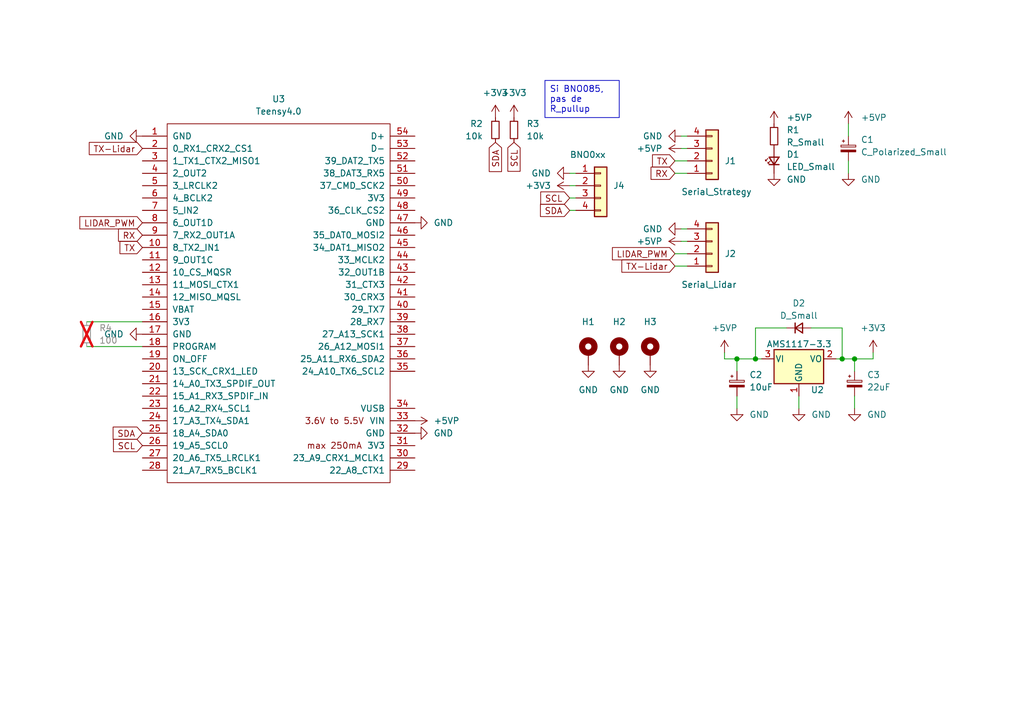
<source format=kicad_sch>
(kicad_sch (version 20231120) (generator "eeschema") (generator_version "8.0")
  (paper "A5")
  (title_block (title "Lidar Board 2023") (date "2022-08-08") (rev "1") (company "Les Karibous"))
  (lib_symbols
    (symbol "Connector_Generic:Conn_01x04" (pin_names (offset 1.016) hide)
      (property "Reference" "J" (at 0 5.08 0))
      (property "Value" "Conn_01x04" (at 0 -7.62 0))
      (symbol "Conn_01x04_1_1"
        (rectangle (start -1.27 -4.953) (end 0 -5.207) (stroke (width 0.1524)))
        (rectangle (start -1.27 -2.413) (end 0 -2.667) (stroke (width 0.1524)))
        (rectangle (start -1.27 0.127) (end 0 -0.127) (stroke (width 0.1524)))
        (rectangle (start -1.27 2.667) (end 0 2.413) (stroke (width 0.1524)))
        (rectangle (start -1.27 3.81) (end 1.27 -6.35) (stroke (width 0.254)) (fill (type background)))
        (pin passive line (at -5.08 2.54 0) (length 3.81) (name "Pin_1") (number "1"))
        (pin passive line (at -5.08 0 0) (length 3.81) (name "Pin_2") (number "2"))
        (pin passive line (at -5.08 -2.54 0) (length 3.81) (name "Pin_3") (number "3"))
        (pin passive line (at -5.08 -5.08 0) (length 3.81) (name "Pin_4") (number "4"))
      )
    )
    (symbol "Device:C_Polarized_Small" (pin_numbers hide) (pin_names (offset 0.254) hide)
      (property "Reference" "C" (at 0.254 1.778 0))
      (property "Value" "C_Polarized_Small" (at 0.254 -2.032 0))
      (symbol "C_Polarized_Small_0_1"
        (rectangle (start -1.524 -0.3048) (end 1.524 -0.6858) (fill (type outline)))
        (rectangle (start -1.524 0.6858) (end 1.524 0.3048))
        (polyline (pts (xy -1.27 1.524) (xy -0.762 1.524)))
        (polyline (pts (xy -1.016 1.27) (xy -1.016 1.778)))
      )
      (symbol "C_Polarized_Small_1_1"
        (pin passive line (at 0 2.54 270) (length 1.8542) (name "~") (number "1"))
        (pin passive line (at 0 -2.54 90) (length 1.8542) (name "~") (number "2"))
      )
    )
    (symbol "Device:D_Small" (pin_numbers hide) (pin_names (offset 0.254) hide)
      (property "Reference" "D" (at -1.27 2.032 0))
      (property "Value" "D_Small" (at -3.81 -2.032 0))
      (symbol "D_Small_0_1"
        (polyline (pts (xy -0.762 -1.016) (xy -0.762 1.016)) (stroke (width 0.254)))
        (polyline (pts (xy -0.762 0) (xy 0.762 0)))
        (polyline (pts (xy 0.762 -1.016) (xy -0.762 0) (xy 0.762 1.016) (xy 0.762 -1.016)) (stroke (width 0.254)))
      )
      (symbol "D_Small_1_1"
        (pin passive line (at -2.54 0 0) (length 1.778) (name "K") (number "1"))
        (pin passive line (at 2.54 0 180) (length 1.778) (name "A") (number "2"))
      )
    )
    (symbol "Device:LED_Small" (pin_numbers hide) (pin_names (offset 0.254) hide)
      (property "Reference" "D" (at -1.27 3.175 0))
      (property "Value" "LED_Small" (at -4.445 -2.54 0))
      (symbol "LED_Small_0_1"
        (polyline (pts (xy -0.762 -1.016) (xy -0.762 1.016)) (stroke (width 0.254)))
        (polyline (pts (xy 1.016 0) (xy -0.762 0)))
        (polyline (pts (xy 0.762 -1.016) (xy -0.762 0) (xy 0.762 1.016) (xy 0.762 -1.016)) (stroke (width 0.254)))
        (polyline (pts (xy 0 0.762) (xy -0.508 1.27) (xy -0.254 1.27) (xy -0.508 1.27) (xy -0.508 1.016)))
        (polyline (pts (xy 0.508 1.27) (xy 0 1.778) (xy 0.254 1.778) (xy 0 1.778) (xy 0 1.524)))
      )
      (symbol "LED_Small_1_1"
        (pin passive line (at -2.54 0 0) (length 1.778) (name "K") (number "1"))
        (pin passive line (at 2.54 0 180) (length 1.778) (name "A") (number "2"))
      )
    )
    (symbol "Device:R_Small" (pin_numbers hide) (pin_names (offset 0.254) hide)
      (property "Reference" "R" (at 0.762 0.508 0))
      (property "Value" "R_Small" (at 0.762 -1.016 0))
      (symbol "R_Small_0_1"
        (rectangle (start -0.762 1.778) (end 0.762 -1.778) (stroke (width 0.2032)))
      )
      (symbol "R_Small_1_1"
        (pin passive line (at 0 2.54 270) (length 0.762) (name "~") (number "1"))
        (pin passive line (at 0 -2.54 90) (length 0.762) (name "~") (number "2"))
      )
    )
    (symbol "Mechanical:MountingHole_Pad" (pin_numbers hide) (pin_names (offset 1.016) hide)
      (property "Reference" "H" (at 0 6.35 0))
      (property "Value" "MountingHole_Pad" (at 0 4.445 0))
      (symbol "MountingHole_Pad_0_1"
        (circle (center 0 1.27) (radius 1.27) (stroke (width 1.27)))
      )
      (symbol "MountingHole_Pad_1_1"
        (pin input line (at 0 -2.54 90) (length 2.54) (name "1") (number "1"))
      )
    )
    (symbol "Regulator_Linear:AMS1117-3.3" (pin_names (offset 0.254))
      (property "Reference" "U" (at -3.81 3.175 0))
      (property "Value" "AMS1117-3.3" (at 0 3.175 0))
      (symbol "AMS1117-3.3_0_1"
        (rectangle (start -5.08 -5.08) (end 5.08 1.905) (stroke (width 0.254)) (fill (type background)))
      )
      (symbol "AMS1117-3.3_1_1"
        (pin power_in line (at 0 -7.62 90) (length 2.54) (name "GND") (number "1"))
        (pin power_out line (at 7.62 0 180) (length 2.54) (name "VO") (number "2"))
        (pin power_in line (at -7.62 0 0) (length 2.54) (name "VI") (number "3"))
      )
    )
    (symbol "power:+3.3V" (power) (pin_names (offset 0))
      (property "Value" "+3.3V" (at 0 3.556 0))
      (symbol "+3.3V_0_1"
        (polyline (pts (xy -0.762 1.27) (xy 0 2.54)))
        (polyline (pts (xy 0 0) (xy 0 2.54)))
        (polyline (pts (xy 0 2.54) (xy 0.762 1.27)))
      )
      (symbol "+3.3V_1_1"
        (pin power_in line (at 0 0 90) (length 0) hide (name "+3V3") (number "1"))
      )
    )
    (symbol "power:+5VP" (power) (pin_names (offset 0))
      (property "Value" "+5VP" (at 0 3.556 0))
      (symbol "+5VP_0_1"
        (polyline (pts (xy -0.762 1.27) (xy 0 2.54)))
        (polyline (pts (xy 0 0) (xy 0 2.54)))
        (polyline (pts (xy 0 2.54) (xy 0.762 1.27)))
      )
      (symbol "+5VP_1_1"
        (pin power_in line (at 0 0 90) (length 0) hide (name "+5VP") (number "1"))
      )
    )
    (symbol "power:GND" (power) (pin_names (offset 0))
      (property "Value" "GND" (at 0 -3.81 0))
      (symbol "GND_0_1"
        (polyline (pts (xy 0 0) (xy 0 -1.27) (xy 1.27 -1.27) (xy 0 -2.54) (xy -1.27 -1.27) (xy 0 -1.27)))
      )
      (symbol "GND_1_1"
        (pin power_in line (at 0 0 270) (length 0) hide (name "GND") (number "1"))
      )
    )
    (symbol "teensy:Teensy4.0" (pin_names (offset 1.016))
      (property "Reference" "U" (at 0 39.37 0))
      (property "Value" "Teensy4.0" (at 0 -39.37 0))
      (symbol "Teensy4.0_0_0"
        (text "3.6V to 5.5V" (at 11.43 -24.13 0) (effects (font (size 1.27 1.27))))
        (text "max 250mA" (at 11.43 -29.21 0) (effects (font (size 1.27 1.27))))
        (pin bidirectional line (at -27.94 11.43 0) (length 5.08) (name "8_TX2_IN1") (number "10"))
        (pin bidirectional line (at -27.94 8.89 0) (length 5.08) (name "9_OUT1C") (number "11"))
        (pin bidirectional line (at -27.94 6.35 0) (length 5.08) (name "10_CS_MQSR") (number "12"))
        (pin bidirectional line (at -27.94 3.81 0) (length 5.08) (name "11_MOSI_CTX1") (number "13"))
        (pin bidirectional line (at -27.94 1.27 0) (length 5.08) (name "12_MISO_MQSL") (number "14"))
        (pin power_in line (at -27.94 -1.27 0) (length 5.08) (name "VBAT") (number "15"))
        (pin power_in line (at -27.94 -3.81 0) (length 5.08) (name "3V3") (number "16"))
        (pin power_in line (at -27.94 -6.35 0) (length 5.08) (name "GND") (number "17"))
        (pin input line (at -27.94 -8.89 0) (length 5.08) (name "PROGRAM") (number "18"))
        (pin input line (at -27.94 -11.43 0) (length 5.08) (name "ON_OFF") (number "19"))
        (pin bidirectional line (at -27.94 -13.97 0) (length 5.08) (name "13_SCK_CRX1_LED") (number "20"))
        (pin bidirectional line (at -27.94 -16.51 0) (length 5.08) (name "14_A0_TX3_SPDIF_OUT") (number "21"))
        (pin bidirectional line (at -27.94 -19.05 0) (length 5.08) (name "15_A1_RX3_SPDIF_IN") (number "22"))
        (pin bidirectional line (at -27.94 -21.59 0) (length 5.08) (name "16_A2_RX4_SCL1") (number "23"))
        (pin bidirectional line (at -27.94 -24.13 0) (length 5.08) (name "17_A3_TX4_SDA1") (number "24"))
        (pin bidirectional line (at -27.94 -26.67 0) (length 5.08) (name "18_A4_SDA0") (number "25"))
        (pin bidirectional line (at -27.94 -29.21 0) (length 5.08) (name "19_A5_SCL0") (number "26"))
        (pin bidirectional line (at -27.94 -31.75 0) (length 5.08) (name "20_A6_TX5_LRCLK1") (number "27"))
        (pin bidirectional line (at -27.94 -34.29 0) (length 5.08) (name "21_A7_RX5_BCLK1") (number "28"))
        (pin bidirectional line (at 27.94 -34.29 180) (length 5.08) (name "22_A8_CTX1") (number "29"))
        (pin bidirectional line (at 27.94 -31.75 180) (length 5.08) (name "23_A9_CRX1_MCLK1") (number "30"))
        (pin power_out line (at 27.94 -29.21 180) (length 5.08) (name "3V3") (number "31"))
        (pin power_in line (at 27.94 -26.67 180) (length 5.08) (name "GND") (number "32"))
        (pin power_in line (at 27.94 -24.13 180) (length 5.08) (name "VIN") (number "33"))
        (pin power_out line (at 27.94 -21.59 180) (length 5.08) (name "VUSB") (number "34"))
        (pin bidirectional line (at 27.94 -13.97 180) (length 5.08) (name "24_A10_TX6_SCL2") (number "35"))
        (pin bidirectional line (at 27.94 -11.43 180) (length 5.08) (name "25_A11_RX6_SDA2") (number "36"))
        (pin bidirectional line (at 27.94 -8.89 180) (length 5.08) (name "26_A12_MOSI1") (number "37"))
        (pin bidirectional line (at 27.94 -6.35 180) (length 5.08) (name "27_A13_SCK1") (number "38"))
        (pin bidirectional line (at 27.94 -3.81 180) (length 5.08) (name "28_RX7") (number "39"))
        (pin bidirectional line (at 27.94 -1.27 180) (length 5.08) (name "29_TX7") (number "40"))
        (pin bidirectional line (at 27.94 1.27 180) (length 5.08) (name "30_CRX3") (number "41"))
        (pin bidirectional line (at 27.94 3.81 180) (length 5.08) (name "31_CTX3") (number "42"))
        (pin bidirectional line (at 27.94 6.35 180) (length 5.08) (name "32_OUT1B") (number "43"))
        (pin bidirectional line (at 27.94 8.89 180) (length 5.08) (name "33_MCLK2") (number "44"))
        (pin bidirectional line (at 27.94 11.43 180) (length 5.08) (name "34_DAT1_MISO2") (number "45"))
        (pin bidirectional line (at 27.94 13.97 180) (length 5.08) (name "35_DAT0_MOSI2") (number "46"))
        (pin power_out line (at 27.94 16.51 180) (length 5.08) (name "GND") (number "47"))
        (pin bidirectional line (at 27.94 19.05 180) (length 5.08) (name "36_CLK_CS2") (number "48"))
        (pin power_out line (at 27.94 21.59 180) (length 5.08) (name "3V3") (number "49"))
        (pin bidirectional line (at -27.94 24.13 0) (length 5.08) (name "3_LRCLK2") (number "5"))
        (pin bidirectional line (at 27.94 24.13 180) (length 5.08) (name "37_CMD_SCK2") (number "50"))
        (pin bidirectional line (at 27.94 26.67 180) (length 5.08) (name "38_DAT3_RX5") (number "51"))
        (pin bidirectional line (at 27.94 29.21 180) (length 5.08) (name "39_DAT2_TX5") (number "52"))
        (pin bidirectional line (at 27.94 31.75 180) (length 5.08) (name "D-") (number "53"))
        (pin bidirectional line (at 27.94 34.29 180) (length 5.08) (name "D+") (number "54"))
        (pin bidirectional line (at -27.94 21.59 0) (length 5.08) (name "4_BCLK2") (number "6"))
        (pin bidirectional line (at -27.94 19.05 0) (length 5.08) (name "5_IN2") (number "7"))
        (pin bidirectional line (at -27.94 16.51 0) (length 5.08) (name "6_OUT1D") (number "8"))
        (pin bidirectional line (at -27.94 13.97 0) (length 5.08) (name "7_RX2_OUT1A") (number "9"))
      )
      (symbol "Teensy4.0_0_1"
        (rectangle (start -22.86 36.83) (end 22.86 -36.83))
        (rectangle (start -20.32 -31.75) (end -20.32 -31.75))
      )
      (symbol "Teensy4.0_1_1"
        (pin power_in line (at -27.94 34.29 0) (length 5.08) (name "GND") (number "1"))
        (pin bidirectional line (at -27.94 31.75 0) (length 5.08) (name "0_RX1_CRX2_CS1") (number "2"))
        (pin bidirectional line (at -27.94 29.21 0) (length 5.08) (name "1_TX1_CTX2_MISO1") (number "3"))
        (pin bidirectional line (at -27.94 26.67 0) (length 5.08) (name "2_OUT2") (number "4"))
      )
    )
  )
  (junction (at 172.72 73.66))
  (junction (at 175.26 73.66))
  (junction (at 151.13 73.66))
  (junction (at 154.94 73.66))
  (wire (pts (xy 138.43 54.61) (xy 140.97 54.61)))
  (wire (pts (xy 173.99 33.02) (xy 173.99 35.56)))
  (wire (pts (xy 148.59 72.39) (xy 148.59 73.66)))
  (wire (pts (xy 175.26 81.28) (xy 175.26 83.82)))
  (wire (pts (xy 139.7 49.53) (xy 140.97 49.53)))
  (wire (pts (xy 139.7 46.99) (xy 140.97 46.99)))
  (wire (pts (xy 172.72 67.31) (xy 172.72 73.66)))
  (wire (pts (xy 173.99 25.4) (xy 173.99 27.94)))
  (wire (pts (xy 172.72 73.66) (xy 175.26 73.66)))
  (wire (pts (xy 118.11 35.56) (xy 116.84 35.56)))
  (wire (pts (xy 148.59 73.66) (xy 151.13 73.66)))
  (wire (pts (xy 116.84 38.1) (xy 118.11 38.1)))
  (wire (pts (xy 175.26 73.66) (xy 179.07 73.66)))
  (wire (pts (xy 161.29 67.31) (xy 154.94 67.31)))
  (wire (pts (xy 163.83 81.28) (xy 163.83 83.82)))
  (wire (pts (xy 175.26 76.2) (xy 175.26 73.66)))
  (wire (pts (xy 138.43 52.07) (xy 140.97 52.07)))
  (wire (pts (xy 151.13 73.66) (xy 154.94 73.66)))
  (wire (pts (xy 17.78 71.12) (xy 29.21 71.12)))
  (wire (pts (xy 154.94 67.31) (xy 154.94 73.66)))
  (wire (pts (xy 139.7 30.48) (xy 140.97 30.48)))
  (wire (pts (xy 166.37 67.31) (xy 172.72 67.31)))
  (wire (pts (xy 151.13 73.66) (xy 151.13 76.2)))
  (wire (pts (xy 116.84 40.64) (xy 118.11 40.64)))
  (wire (pts (xy 138.43 35.56) (xy 140.97 35.56)))
  (wire (pts (xy 151.13 81.28) (xy 151.13 83.82)))
  (wire (pts (xy 116.84 43.18) (xy 118.11 43.18)))
  (wire (pts (xy 139.7 27.94) (xy 140.97 27.94)))
  (wire (pts (xy 154.94 73.66) (xy 156.21 73.66)))
  (wire (pts (xy 179.07 73.66) (xy 179.07 72.39)))
  (wire (pts (xy 138.43 33.02) (xy 140.97 33.02)))
  (wire (pts (xy 17.78 66.04) (xy 29.21 66.04)))
  (wire (pts (xy 171.45 73.66) (xy 172.72 73.66)))
  (text_box "Si BNO085, pas de R_pullup" (at 111.76 16.51 0) (size 15.24 7.62) (effects (font (size 1.27 1.27)) (justify left top)))
  (global_label "RX" (shape input) (at 29.21 48.26 180) (property "Intersheetrefs" "${INTERSHEET_REFS}" (effects (hide yes))))
  (global_label "TX" (shape input) (at 29.21 50.8 180) (property "Intersheetrefs" "${INTERSHEET_REFS}" (effects (hide yes))))
  (global_label "RX" (shape input) (at 138.43 35.56 180) (property "Intersheetrefs" "${INTERSHEET_REFS}" (effects (hide yes))))
  (global_label "SCL" (shape input) (at 105.41 29.21 270) (property "Intersheetrefs" "${INTERSHEET_REFS}" (effects (hide yes))))
  (global_label "SCL" (shape input) (at 116.84 40.64 180) (property "Intersheetrefs" "${INTERSHEET_REFS}" (effects (hide yes))))
  (global_label "LIDAR_PWM" (shape input) (at 138.43 52.07 180) (property "Intersheetrefs" "${INTERSHEET_REFS}" (effects (hide yes))))
  (global_label "TX-Lidar" (shape input) (at 138.43 54.61 180) (property "Intersheetrefs" "${INTERSHEET_REFS}" (effects (hide yes))))
  (global_label "SDA" (shape input) (at 116.84 43.18 180) (property "Intersheetrefs" "${INTERSHEET_REFS}" (effects (hide yes))))
  (global_label "SCL" (shape input) (at 29.21 91.44 180) (property "Intersheetrefs" "${INTERSHEET_REFS}" (effects (hide yes))))
  (global_label "TX-Lidar" (shape input) (at 29.21 30.48 180) (property "Intersheetrefs" "${INTERSHEET_REFS}" (effects (hide yes))))
  (global_label "LIDAR_PWM" (shape input) (at 29.21 45.72 180) (property "Intersheetrefs" "${INTERSHEET_REFS}" (effects (hide yes))))
  (global_label "SDA" (shape input) (at 29.21 88.9 180) (property "Intersheetrefs" "${INTERSHEET_REFS}" (effects (hide yes))))
  (global_label "TX" (shape input) (at 138.43 33.02 180) (property "Intersheetrefs" "${INTERSHEET_REFS}" (effects (hide yes))))
  (global_label "SDA" (shape input) (at 101.6 29.21 270) (property "Intersheetrefs" "${INTERSHEET_REFS}" (effects (hide yes))))
  (symbol (lib_id "Connector_Generic:Conn_01x04") (at 146.05 52.07 0) (mirror x) (unit 1)
    (property "Reference" "J2" (at 148.59 52.0701 0) (effects (justify left)))
    (property "Value" "Serial_Lidar" (at 139.7 58.42 0) (effects (justify left)))
    (property "Footprint" "Connector_Molex:Molex_KK-254_AE-6410-04A_1x04_P2.54mm_Vertical" (effects (hide yes)))
  )
  (symbol (lib_id "power:+5VP") (at 173.99 25.4 0) (unit 1)
    (property "Reference" "#PWR0109" (effects (hide yes)))
    (property "Value" "+5VP" (at 176.53 24.1299 0) (effects (justify left)))
  )
  (symbol (lib_id "Device:R_Small") (at 101.6 26.67 0) (unit 1)
    (property "Reference" "R2" (at 99.06 25.3999 0) (effects (justify right)))
    (property "Value" "10k" (at 99.06 27.9399 0) (effects (justify right)))
    (property "Footprint" "Resistor_SMD:R_1206_3216Metric_Pad1.30x1.75mm_HandSolder" (effects (hide yes)))
  )
  (symbol (lib_id "Device:LED_Small") (at 158.75 33.02 90) (unit 1)
    (property "Reference" "D1" (at 161.29 31.6864 90) (effects (justify right)))
    (property "Value" "LED_Small" (at 161.29 34.2264 90) (effects (justify right)))
    (property "Footprint" "LED_SMD:LED_1206_3216Metric_Pad1.42x1.75mm_HandSolder" (effects (hide yes)))
  )
  (symbol (lib_id "Device:R_Small") (at 105.41 26.67 0) (unit 1)
    (property "Reference" "R3" (at 107.95 25.3999 0) (effects (justify left)))
    (property "Value" "10k" (at 107.95 27.9399 0) (effects (justify left)))
    (property "Footprint" "Resistor_SMD:R_1206_3216Metric_Pad1.30x1.75mm_HandSolder" (effects (hide yes)))
  )
  (symbol (lib_id "Connector_Generic:Conn_01x04") (at 146.05 33.02 0) (mirror x) (unit 1)
    (property "Reference" "J1" (at 148.59 33.0201 0) (effects (justify left)))
    (property "Value" "Serial_Strategy" (at 139.7 39.37 0) (effects (justify left)))
    (property "Footprint" "Connector_Molex:Molex_KK-254_AE-6410-04A_1x04_P2.54mm_Vertical" (effects (hide yes)))
  )
  (symbol (lib_id "Device:D_Small") (at 163.83 67.31 0) (unit 1)
    (property "Reference" "D2" (at 163.83 62.23 0))
    (property "Value" "D_Small" (at 163.83 64.77 0))
    (property "Footprint" "Diode_SMD:D_SMA_Handsoldering" (effects (hide yes)))
  )
  (symbol (lib_id "Mechanical:MountingHole_Pad") (at 133.35 72.39 0) (unit 1)
    (property "Reference" "H3" (at 133.35 66.04 0))
    (property "Value" "MountingHole_Pad" (effects (hide yes)))
    (property "Footprint" "MountingHole:MountingHole_3.2mm_M3_Pad_Via" (effects (hide yes)))
  )
  (symbol (lib_id "Device:C_Polarized_Small") (at 173.99 30.48 0) (unit 1)
    (property "Reference" "C1" (at 176.53 28.6638 0) (effects (justify left)))
    (property "Value" "C_Polarized_Small" (at 176.53 31.2038 0) (effects (justify left)))
    (property "Footprint" "Capacitor_THT:CP_Radial_D6.3mm_P2.50mm" (effects (hide yes)))
  )
  (symbol (lib_id "power:GND") (at 163.83 83.82 0) (unit 1)
    (property "Reference" "#PWR0123" (effects (hide yes)))
    (property "Value" "GND" (at 166.37 85.0899 0) (effects (justify left)))
  )
  (symbol (lib_id "Mechanical:MountingHole_Pad") (at 120.65 72.39 0) (unit 1)
    (property "Reference" "H1" (at 120.65 66.04 0))
    (property "Value" "MountingHole_Pad" (effects (hide yes)))
    (property "Footprint" "MountingHole:MountingHole_3.2mm_M3_Pad_Via" (effects (hide yes)))
  )
  (symbol (lib_id "power:+3.3V") (at 105.41 24.13 0) (unit 1)
    (property "Reference" "#PWR0119" (effects (hide yes)))
    (property "Value" "+3V3" (at 105.41 19.05 0))
  )
  (symbol (lib_id "power:GND") (at 116.84 35.56 270) (unit 1)
    (property "Reference" "#PWR0118" (effects (hide yes)))
    (property "Value" "GND" (at 113.03 35.5599 90) (effects (justify right)))
  )
  (symbol (lib_id "power:GND") (at 133.35 74.93 0) (unit 1)
    (property "Reference" "#PWR0117" (effects (hide yes)))
    (property "Value" "GND" (at 133.35 80.01 0))
  )
  (symbol (lib_id "power:GND") (at 139.7 46.99 270) (unit 1)
    (property "Reference" "#PWR0111" (effects (hide yes)))
    (property "Value" "GND" (at 135.89 46.9899 90) (effects (justify right)))
  )
  (symbol (lib_id "power:+5VP") (at 148.59 72.39 0) (unit 1)
    (property "Reference" "#PWR0125" (effects (hide yes)))
    (property "Value" "+5VP" (at 148.59 67.31 0))
  )
  (symbol (lib_id "power:GND") (at 120.65 74.93 0) (unit 1)
    (property "Reference" "#PWR0105" (effects (hide yes)))
    (property "Value" "GND" (at 120.65 80.01 0))
  )
  (symbol (lib_id "power:GND") (at 151.13 83.82 0) (unit 1)
    (property "Reference" "#PWR0122" (effects (hide yes)))
    (property "Value" "GND" (at 153.67 85.0899 0) (effects (justify left)))
  )
  (symbol (lib_id "power:+3.3V") (at 179.07 72.39 0) (unit 1)
    (property "Reference" "#PWR0126" (effects (hide yes)))
    (property "Value" "+3V3" (at 179.07 67.31 0))
  )
  (symbol (lib_id "teensy:Teensy4.0") (at 57.15 62.23 0) (unit 1)
    (property "Reference" "U3" (at 57.15 20.32 0))
    (property "Value" "Teensy4.0" (at 57.15 22.86 0))
    (property "Footprint" "teensy:Teensy40" (effects (hide yes)))
  )
  (symbol (lib_id "power:+3.3V") (at 116.84 38.1 90) (unit 1)
    (property "Reference" "#PWR0121" (effects (hide yes)))
    (property "Value" "+3V3" (at 113.03 38.0999 90) (effects (justify left)))
  )
  (symbol (lib_id "Device:C_Polarized_Small") (at 151.13 78.74 0) (unit 1)
    (property "Reference" "C2" (at 153.67 76.9238 0) (effects (justify left)))
    (property "Value" "10uF" (at 153.67 79.4638 0) (effects (justify left)))
    (property "Footprint" "Capacitor_SMD:CP_Elec_5x5.4" (effects (hide yes)))
  )
  (symbol (lib_id "power:GND") (at 173.99 35.56 0) (unit 1)
    (property "Reference" "#PWR0110" (effects (hide yes)))
    (property "Value" "GND" (at 176.53 36.8299 0) (effects (justify left)))
  )
  (symbol (lib_id "power:GND") (at 29.21 68.58 270) (unit 1)
    (property "Reference" "#PWR02" (effects (hide yes)))
    (property "Value" "GND" (at 25.4 68.5799 90) (effects (justify right)))
  )
  (symbol (lib_id "Device:R_Small") (at 17.78 68.58 0) (unit 1) (dnp yes)
    (property "Reference" "R4" (at 20.32 67.3099 0) (effects (justify left)))
    (property "Value" "100" (at 20.32 69.8499 0) (effects (justify left)))
    (property "Footprint" "Resistor_SMD:R_1206_3216Metric_Pad1.30x1.75mm_HandSolder" (effects (hide yes)))
  )
  (symbol (lib_id "Device:R_Small") (at 158.75 27.94 0) (unit 1)
    (property "Reference" "R1" (at 161.29 26.6699 0) (effects (justify left)))
    (property "Value" "R_Small" (at 161.29 29.2099 0) (effects (justify left)))
    (property "Footprint" "Resistor_SMD:R_1206_3216Metric_Pad1.30x1.75mm_HandSolder" (effects (hide yes)))
  )
  (symbol (lib_id "power:GND") (at 158.75 35.56 0) (unit 1)
    (property "Reference" "#PWR0101" (effects (hide yes)))
    (property "Value" "GND" (at 161.29 36.8299 0) (effects (justify left)))
  )
  (symbol (lib_id "Regulator_Linear:AMS1117-3.3") (at 163.83 73.66 0) (unit 1)
    (property "Reference" "U2" (at 167.64 80.01 0))
    (property "Value" "AMS1117-3.3" (at 163.8949 70.6215 0))
    (property "Footprint" "Package_TO_SOT_SMD:SOT-223-3_TabPin2" (effects (hide yes)))
    (property "Datasheet" "http://www.advanced-monolithic.com/pdf/ds1117.pdf" (effects (hide yes)))
  )
  (symbol (lib_id "power:GND") (at 139.7 27.94 270) (unit 1)
    (property "Reference" "#PWR0103" (effects (hide yes)))
    (property "Value" "GND" (at 135.89 27.9399 90) (effects (justify right)))
  )
  (symbol (lib_id "power:GND") (at 85.09 45.72 90) (unit 1)
    (property "Reference" "#PWR05" (effects (hide yes)))
    (property "Value" "GND" (at 88.9 45.7199 90) (effects (justify right)))
  )
  (symbol (lib_id "Device:C_Polarized_Small") (at 175.26 78.74 0) (unit 1)
    (property "Reference" "C3" (at 177.8 76.9238 0) (effects (justify left)))
    (property "Value" "22uF" (at 177.8 79.4638 0) (effects (justify left)))
    (property "Footprint" "Capacitor_Tantalum_SMD:CP_EIA-3528-12_Kemet-T_Pad1.50x2.35mm_HandSolder" (effects (hide yes)))
  )
  (symbol (lib_id "power:GND") (at 175.26 83.82 0) (unit 1)
    (property "Reference" "#PWR0124" (effects (hide yes)))
    (property "Value" "GND" (at 177.8 85.0899 0) (effects (justify left)))
  )
  (symbol (lib_id "power:+5VP") (at 158.75 25.4 0) (unit 1)
    (property "Reference" "#PWR0108" (effects (hide yes)))
    (property "Value" "+5VP" (at 161.29 24.1299 0) (effects (justify left)))
  )
  (symbol (lib_id "power:GND") (at 127 74.93 0) (unit 1)
    (property "Reference" "#PWR0106" (effects (hide yes)))
    (property "Value" "GND" (at 127 80.01 0))
  )
  (symbol (lib_id "power:+3.3V") (at 101.6 24.13 0) (unit 1)
    (property "Reference" "#PWR0120" (effects (hide yes)))
    (property "Value" "+3V3" (at 101.6 19.05 0))
  )
  (symbol (lib_id "power:+5VP") (at 139.7 49.53 90) (unit 1)
    (property "Reference" "#PWR0112" (effects (hide yes)))
    (property "Value" "+5VP" (at 135.89 49.5299 90) (effects (justify left)))
  )
  (symbol (lib_id "power:GND") (at 85.09 88.9 90) (unit 1)
    (property "Reference" "#PWR04" (effects (hide yes)))
    (property "Value" "GND" (at 88.9 88.8999 90) (effects (justify right)))
  )
  (symbol (lib_id "Mechanical:MountingHole_Pad") (at 127 72.39 0) (unit 1)
    (property "Reference" "H2" (at 127 66.04 0))
    (property "Value" "MountingHole_Pad" (effects (hide yes)))
    (property "Footprint" "MountingHole:MountingHole_3.2mm_M3_Pad_Via" (effects (hide yes)))
  )
  (symbol (lib_id "power:GND") (at 29.21 27.94 270) (unit 1)
    (property "Reference" "#PWR01" (effects (hide yes)))
    (property "Value" "GND" (at 25.4 27.9399 90) (effects (justify right)))
  )
  (symbol (lib_id "power:+5VP") (at 85.09 86.36 270) (unit 1)
    (property "Reference" "#PWR03" (effects (hide yes)))
    (property "Value" "+5VP" (at 88.9 86.3599 90) (effects (justify left)))
  )
  (symbol (lib_id "Connector_Generic:Conn_01x04") (at 123.19 38.1 0) (unit 1)
    (property "Reference" "J4" (at 125.73 38.0999 0) (effects (justify left)))
    (property "Value" "BNO0xx" (at 116.84 31.75 0) (effects (justify left)))
    (property "Footprint" "Connector_Molex:Molex_KK-254_AE-6410-04A_1x04_P2.54mm_Vertical" (effects (hide yes)))
  )
  (symbol (lib_id "power:+5VP") (at 139.7 30.48 90) (unit 1)
    (property "Reference" "#PWR0104" (effects (hide yes)))
    (property "Value" "+5VP" (at 135.89 30.4799 90) (effects (justify left)))
  )
)
</source>
